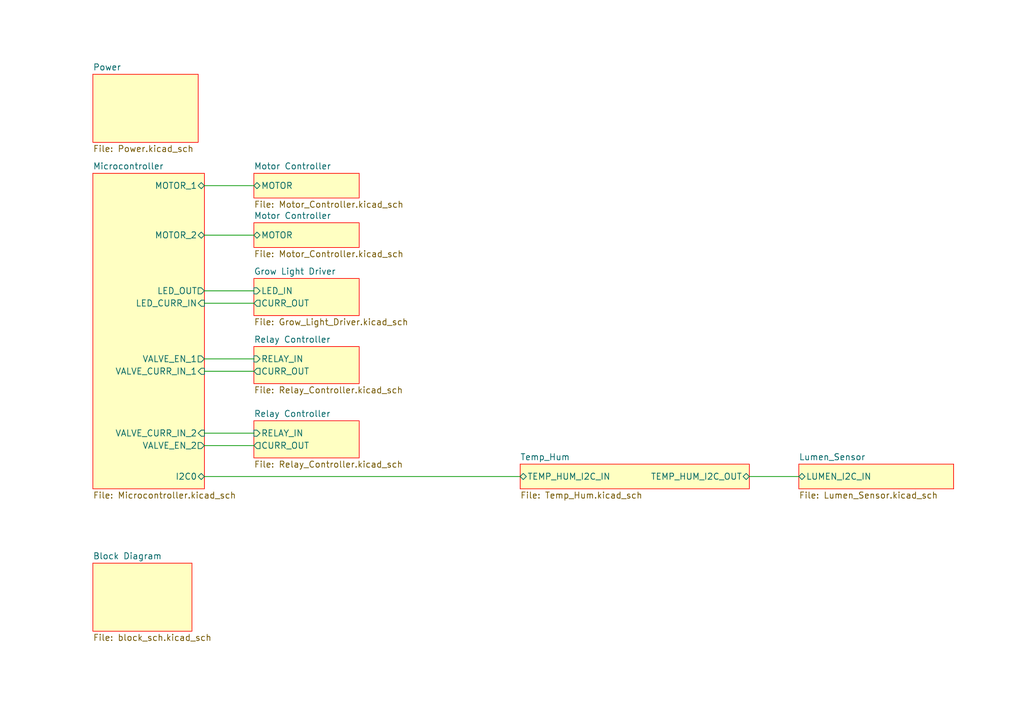
<source format=kicad_sch>
(kicad_sch
	(version 20231120)
	(generator "eeschema")
	(generator_version "8.0")
	(uuid "74f32683-2d57-46f9-8097-669c6aaf363c")
	(paper "A5")
	(title_block
		(title "${SHEETNAME}")
		(date "2024-11-22")
		(rev "1.0.0")
		(company "Demeter")
		(comment 1 "Akshat Doctor")
	)
	(lib_symbols)
	(wire
		(pts
			(xy 41.91 62.23) (xy 52.07 62.23)
		)
		(stroke
			(width 0)
			(type default)
		)
		(uuid "0f8182cb-4e50-4962-89a8-46952a05a50a")
	)
	(wire
		(pts
			(xy 153.67 97.79) (xy 163.83 97.79)
		)
		(stroke
			(width 0)
			(type default)
		)
		(uuid "3687b3cb-0d02-4fdb-a11c-1e53343d0428")
	)
	(wire
		(pts
			(xy 41.91 38.1) (xy 52.07 38.1)
		)
		(stroke
			(width 0)
			(type default)
		)
		(uuid "59beed6e-87af-40ec-89e8-230e10a41fb2")
	)
	(wire
		(pts
			(xy 41.91 91.44) (xy 52.07 91.44)
		)
		(stroke
			(width 0)
			(type default)
		)
		(uuid "82e9686a-f48b-4e6b-9d57-58c028845f83")
	)
	(wire
		(pts
			(xy 41.91 73.66) (xy 52.07 73.66)
		)
		(stroke
			(width 0)
			(type default)
		)
		(uuid "8308a662-3467-4473-9918-54fa3cfdc024")
	)
	(wire
		(pts
			(xy 41.91 59.69) (xy 52.07 59.69)
		)
		(stroke
			(width 0)
			(type default)
		)
		(uuid "a21a57ef-d9fa-48ef-b832-8b2d46524ce7")
	)
	(wire
		(pts
			(xy 41.91 97.79) (xy 106.68 97.79)
		)
		(stroke
			(width 0)
			(type default)
		)
		(uuid "ba2223ec-a196-42b2-b181-7cacc633f3ef")
	)
	(wire
		(pts
			(xy 41.91 76.2) (xy 52.07 76.2)
		)
		(stroke
			(width 0)
			(type default)
		)
		(uuid "cbfe8970-da12-4a1e-980c-392b4ead5257")
	)
	(wire
		(pts
			(xy 41.91 88.9) (xy 52.07 88.9)
		)
		(stroke
			(width 0)
			(type default)
		)
		(uuid "f8ba8b03-a341-4c55-9775-93803aac2bae")
	)
	(wire
		(pts
			(xy 41.91 48.26) (xy 52.07 48.26)
		)
		(stroke
			(width 0)
			(type default)
		)
		(uuid "fc2b0112-7377-420a-a463-d6617f456394")
	)
	(sheet
		(at 19.05 115.57)
		(size 20.32 13.97)
		(fields_autoplaced yes)
		(stroke
			(width 0.1524)
			(type solid)
			(color 255 0 0 1)
		)
		(fill
			(color 255 255 194 1.0000)
		)
		(uuid "0021e22c-32ca-408f-aca4-7eee3539f462")
		(property "Sheetname" "Block Diagram"
			(at 19.05 114.8584 0)
			(effects
				(font
					(size 1.27 1.27)
				)
				(justify left bottom)
			)
		)
		(property "Sheetfile" "block_sch.kicad_sch"
			(at 19.05 130.1246 0)
			(effects
				(font
					(size 1.27 1.27)
				)
				(justify left top)
			)
		)
		(instances
			(project "Germination"
				(path "/74f32683-2d57-46f9-8097-669c6aaf363c"
					(page "2")
				)
			)
		)
	)
	(sheet
		(at 163.83 95.25)
		(size 31.75 5.08)
		(fields_autoplaced yes)
		(stroke
			(width 0.1524)
			(type solid)
			(color 255 0 0 1)
		)
		(fill
			(color 255 255 194 1.0000)
		)
		(uuid "05592711-a7d0-4f15-9140-b2ec6c0574b9")
		(property "Sheetname" "Lumen_Sensor"
			(at 163.83 94.5384 0)
			(effects
				(font
					(size 1.27 1.27)
				)
				(justify left bottom)
			)
		)
		(property "Sheetfile" "Lumen_Sensor.kicad_sch"
			(at 163.83 100.9146 0)
			(effects
				(font
					(size 1.27 1.27)
				)
				(justify left top)
			)
		)
		(pin "LUMEN_I2C_IN" bidirectional
			(at 163.83 97.79 180)
			(effects
				(font
					(size 1.27 1.27)
				)
				(justify left)
			)
			(uuid "9b7cddb6-c6c0-45f9-9ea7-85e5891d8dc0")
		)
		(instances
			(project "Germination"
				(path "/74f32683-2d57-46f9-8097-669c6aaf363c"
					(page "11")
				)
			)
		)
	)
	(sheet
		(at 52.07 57.15)
		(size 21.59 7.62)
		(fields_autoplaced yes)
		(stroke
			(width 0.1524)
			(type solid)
			(color 255 0 0 1)
		)
		(fill
			(color 255 255 194 1.0000)
		)
		(uuid "0db6c7c4-6863-47b0-ae0a-c9553b2c0b9c")
		(property "Sheetname" "Grow Light Driver"
			(at 52.07 56.4384 0)
			(effects
				(font
					(size 1.27 1.27)
				)
				(justify left bottom)
			)
		)
		(property "Sheetfile" "Grow_Light_Driver.kicad_sch"
			(at 52.07 65.3546 0)
			(effects
				(font
					(size 1.27 1.27)
				)
				(justify left top)
			)
		)
		(pin "LED_IN" input
			(at 52.07 59.69 180)
			(effects
				(font
					(size 1.27 1.27)
				)
				(justify left)
			)
			(uuid "5da944b3-f394-488c-9442-36f97f22095b")
		)
		(pin "CURR_OUT" output
			(at 52.07 62.23 180)
			(effects
				(font
					(size 1.27 1.27)
				)
				(justify left)
			)
			(uuid "6bd6b50a-2181-4dd3-8402-c4e215a2f742")
		)
		(instances
			(project "Germination"
				(path "/74f32683-2d57-46f9-8097-669c6aaf363c"
					(page "7")
				)
			)
		)
	)
	(sheet
		(at 52.07 86.36)
		(size 21.59 7.62)
		(fields_autoplaced yes)
		(stroke
			(width 0.1524)
			(type solid)
			(color 255 0 0 1)
		)
		(fill
			(color 255 255 194 1.0000)
		)
		(uuid "17cf9b3c-9642-421c-b0c1-3e475021266b")
		(property "Sheetname" "Relay Controller"
			(at 52.07 85.6484 0)
			(effects
				(font
					(size 1.27 1.27)
				)
				(justify left bottom)
			)
		)
		(property "Sheetfile" "Relay_Controller.kicad_sch"
			(at 52.07 94.5646 0)
			(effects
				(font
					(size 1.27 1.27)
				)
				(justify left top)
			)
		)
		(pin "RELAY_IN" input
			(at 52.07 88.9 180)
			(effects
				(font
					(size 1.27 1.27)
				)
				(justify left)
			)
			(uuid "b95bcdbc-7dcb-4260-ab82-6a47e10bb90e")
		)
		(pin "CURR_OUT" output
			(at 52.07 91.44 180)
			(effects
				(font
					(size 1.27 1.27)
				)
				(justify left)
			)
			(uuid "76019afb-0a77-45d0-8e02-1daaf6d515d2")
		)
		(instances
			(project "Germination"
				(path "/74f32683-2d57-46f9-8097-669c6aaf363c"
					(page "9")
				)
			)
		)
	)
	(sheet
		(at 52.07 45.72)
		(size 21.59 5.08)
		(fields_autoplaced yes)
		(stroke
			(width 0.1524)
			(type solid)
			(color 255 0 0 1)
		)
		(fill
			(color 255 255 194 1.0000)
		)
		(uuid "355a0a9f-d9f7-4efa-8e5d-536f971c8a65")
		(property "Sheetname" "Motor Controller"
			(at 52.07 45.0084 0)
			(effects
				(font
					(size 1.27 1.27)
				)
				(justify left bottom)
			)
		)
		(property "Sheetfile" "Motor_Controller.kicad_sch"
			(at 52.07 51.3846 0)
			(effects
				(font
					(size 1.27 1.27)
				)
				(justify left top)
			)
		)
		(pin "MOTOR" bidirectional
			(at 52.07 48.26 180)
			(effects
				(font
					(size 1.27 1.27)
				)
				(justify left)
			)
			(uuid "0a0851a7-426b-4e36-bcdf-9f4d84aae60c")
		)
		(instances
			(project "Germination"
				(path "/74f32683-2d57-46f9-8097-669c6aaf363c"
					(page "8")
				)
			)
		)
	)
	(sheet
		(at 52.07 35.56)
		(size 21.59 5.08)
		(fields_autoplaced yes)
		(stroke
			(width 0.1524)
			(type solid)
			(color 255 0 0 1)
		)
		(fill
			(color 255 255 194 1.0000)
		)
		(uuid "46f3471e-a708-4a7d-b678-9abc0d7ba5bf")
		(property "Sheetname" "Motor Controller"
			(at 52.07 34.8484 0)
			(effects
				(font
					(size 1.27 1.27)
				)
				(justify left bottom)
			)
		)
		(property "Sheetfile" "Motor_Controller.kicad_sch"
			(at 52.07 41.2246 0)
			(effects
				(font
					(size 1.27 1.27)
				)
				(justify left top)
			)
		)
		(pin "MOTOR" bidirectional
			(at 52.07 38.1 180)
			(effects
				(font
					(size 1.27 1.27)
				)
				(justify left)
			)
			(uuid "5140192d-27f2-4c31-967d-e44e15129f80")
		)
		(instances
			(project "Germination"
				(path "/74f32683-2d57-46f9-8097-669c6aaf363c"
					(page "6")
				)
			)
		)
	)
	(sheet
		(at 106.68 95.25)
		(size 46.99 5.08)
		(fields_autoplaced yes)
		(stroke
			(width 0.1524)
			(type solid)
			(color 255 0 0 1)
		)
		(fill
			(color 255 255 194 1.0000)
		)
		(uuid "592d68dd-3691-4d99-8fcc-5bd5e5fd7ed5")
		(property "Sheetname" "Temp_Hum"
			(at 106.68 94.5384 0)
			(effects
				(font
					(size 1.27 1.27)
				)
				(justify left bottom)
			)
		)
		(property "Sheetfile" "Temp_Hum.kicad_sch"
			(at 106.68 100.9146 0)
			(effects
				(font
					(size 1.27 1.27)
				)
				(justify left top)
			)
		)
		(pin "TEMP_HUM_I2C_OUT" bidirectional
			(at 153.67 97.79 0)
			(effects
				(font
					(size 1.27 1.27)
				)
				(justify right)
			)
			(uuid "52013fc1-e407-4623-8b50-9d9b74bcf80d")
		)
		(pin "TEMP_HUM_I2C_IN" bidirectional
			(at 106.68 97.79 180)
			(effects
				(font
					(size 1.27 1.27)
				)
				(justify left)
			)
			(uuid "5603397a-9b52-4e9b-8ac5-d75e327f4d11")
		)
		(instances
			(project "Germination"
				(path "/74f32683-2d57-46f9-8097-669c6aaf363c"
					(page "10")
				)
			)
		)
	)
	(sheet
		(at 19.05 15.24)
		(size 21.59 13.97)
		(fields_autoplaced yes)
		(stroke
			(width 0.1524)
			(type solid)
			(color 255 0 0 1)
		)
		(fill
			(color 255 255 194 1.0000)
		)
		(uuid "68ac471f-ddcc-44e9-af08-13a48f1ea201")
		(property "Sheetname" "Power"
			(at 19.05 14.5284 0)
			(effects
				(font
					(size 1.27 1.27)
				)
				(justify left bottom)
			)
		)
		(property "Sheetfile" "Power.kicad_sch"
			(at 19.05 29.7946 0)
			(effects
				(font
					(size 1.27 1.27)
				)
				(justify left top)
			)
		)
		(instances
			(project "Germination"
				(path "/74f32683-2d57-46f9-8097-669c6aaf363c"
					(page "3")
				)
			)
		)
	)
	(sheet
		(at 52.07 71.12)
		(size 21.59 7.62)
		(fields_autoplaced yes)
		(stroke
			(width 0.1524)
			(type solid)
			(color 255 0 0 1)
		)
		(fill
			(color 255 255 194 1.0000)
		)
		(uuid "bff7dc76-90e8-4665-ac46-d7a62c9d9bb3")
		(property "Sheetname" "Relay Controller"
			(at 52.07 70.4084 0)
			(effects
				(font
					(size 1.27 1.27)
				)
				(justify left bottom)
			)
		)
		(property "Sheetfile" "Relay_Controller.kicad_sch"
			(at 52.07 79.3246 0)
			(effects
				(font
					(size 1.27 1.27)
				)
				(justify left top)
			)
		)
		(pin "RELAY_IN" input
			(at 52.07 73.66 180)
			(effects
				(font
					(size 1.27 1.27)
				)
				(justify left)
			)
			(uuid "e0533937-a43d-4692-85f8-e1ab6d57908b")
		)
		(pin "CURR_OUT" output
			(at 52.07 76.2 180)
			(effects
				(font
					(size 1.27 1.27)
				)
				(justify left)
			)
			(uuid "381e8457-8c89-43db-a85c-731e542f95db")
		)
		(instances
			(project "Germination"
				(path "/74f32683-2d57-46f9-8097-669c6aaf363c"
					(page "5")
				)
			)
		)
	)
	(sheet
		(at 19.05 35.56)
		(size 22.86 64.77)
		(fields_autoplaced yes)
		(stroke
			(width 0.1524)
			(type solid)
			(color 255 0 0 1)
		)
		(fill
			(color 255 255 194 1.0000)
		)
		(uuid "f1b4df02-df02-4af5-8a87-f6ceae585b92")
		(property "Sheetname" "Microcontroller"
			(at 19.05 34.8484 0)
			(effects
				(font
					(size 1.27 1.27)
				)
				(justify left bottom)
			)
		)
		(property "Sheetfile" "Microcontroller.kicad_sch"
			(at 19.05 100.9146 0)
			(effects
				(font
					(size 1.27 1.27)
				)
				(justify left top)
			)
		)
		(pin "MOTOR_1" bidirectional
			(at 41.91 38.1 0)
			(effects
				(font
					(size 1.27 1.27)
				)
				(justify right)
			)
			(uuid "548430a2-8c77-447c-8bb3-839ed3e8b58f")
		)
		(pin "MOTOR_2" bidirectional
			(at 41.91 48.26 0)
			(effects
				(font
					(size 1.27 1.27)
				)
				(justify right)
			)
			(uuid "6729fd8d-c1a9-4556-91fa-bcb377161cad")
		)
		(pin "LED_CURR_IN" input
			(at 41.91 62.23 0)
			(effects
				(font
					(size 1.27 1.27)
				)
				(justify right)
			)
			(uuid "60956d26-ad20-4fd7-900f-8720c28fa711")
		)
		(pin "LED_OUT" output
			(at 41.91 59.69 0)
			(effects
				(font
					(size 1.27 1.27)
				)
				(justify right)
			)
			(uuid "e7614fe5-5577-4308-b992-8a9415951c05")
		)
		(pin "VALVE_EN_1" output
			(at 41.91 73.66 0)
			(effects
				(font
					(size 1.27 1.27)
				)
				(justify right)
			)
			(uuid "f2b7d9e7-68b9-4c83-b50b-35daba96284c")
		)
		(pin "VALVE_CURR_IN_2" input
			(at 41.91 88.9 0)
			(effects
				(font
					(size 1.27 1.27)
				)
				(justify right)
			)
			(uuid "1dc30764-6cc3-4189-a439-1178f2b7626d")
		)
		(pin "VALVE_EN_2" output
			(at 41.91 91.44 0)
			(effects
				(font
					(size 1.27 1.27)
				)
				(justify right)
			)
			(uuid "e249a880-36f2-41bb-94f1-8d8325fe6fe9")
		)
		(pin "VALVE_CURR_IN_1" input
			(at 41.91 76.2 0)
			(effects
				(font
					(size 1.27 1.27)
				)
				(justify right)
			)
			(uuid "8e272a52-a15b-4d3f-90e4-e57f54605171")
		)
		(pin "I2C0" bidirectional
			(at 41.91 97.79 0)
			(effects
				(font
					(size 1.27 1.27)
				)
				(justify right)
			)
			(uuid "52eb2d5b-7cea-40fd-bfba-d266ea937e11")
		)
		(instances
			(project "Germination"
				(path "/74f32683-2d57-46f9-8097-669c6aaf363c"
					(page "4")
				)
			)
		)
	)
	(sheet_instances
		(path "/"
			(page "1")
		)
	)
)

</source>
